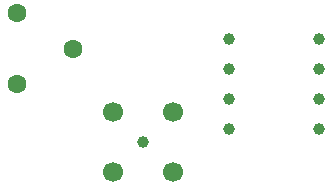
<source format=gbr>
%TF.GenerationSoftware,KiCad,Pcbnew,9.0.0*%
%TF.CreationDate,2025-04-13T17:52:51-07:00*%
%TF.ProjectId,compact_photodiode_v2,636f6d70-6163-4745-9f70-686f746f6469,rev?*%
%TF.SameCoordinates,Original*%
%TF.FileFunction,Plated,1,2,PTH,Drill*%
%TF.FilePolarity,Positive*%
%FSLAX46Y46*%
G04 Gerber Fmt 4.6, Leading zero omitted, Abs format (unit mm)*
G04 Created by KiCad (PCBNEW 9.0.0) date 2025-04-13 17:52:51*
%MOMM*%
%LPD*%
G01*
G04 APERTURE LIST*
%TA.AperFunction,ComponentDrill*%
%ADD10C,1.000000*%
%TD*%
%TA.AperFunction,ComponentDrill*%
%ADD11C,1.600000*%
%TD*%
%TA.AperFunction,ComponentDrill*%
%ADD12C,1.700000*%
%TD*%
G04 APERTURE END LIST*
D10*
%TO.C,U2*%
X148060000Y-122740000D03*
%TO.C,U1*%
X155390000Y-113980000D03*
X155390000Y-116520000D03*
X155390000Y-119060000D03*
X155390000Y-121600000D03*
X163010000Y-113980000D03*
X163010000Y-116520000D03*
X163010000Y-119060000D03*
X163010000Y-121600000D03*
D11*
%TO.C,BT1*%
X137450000Y-111800000D03*
X137450000Y-117800000D03*
X142150000Y-114800000D03*
D12*
%TO.C,U2*%
X145520000Y-120200000D03*
X145520000Y-125280000D03*
X150600000Y-120200000D03*
X150600000Y-125280000D03*
M02*

</source>
